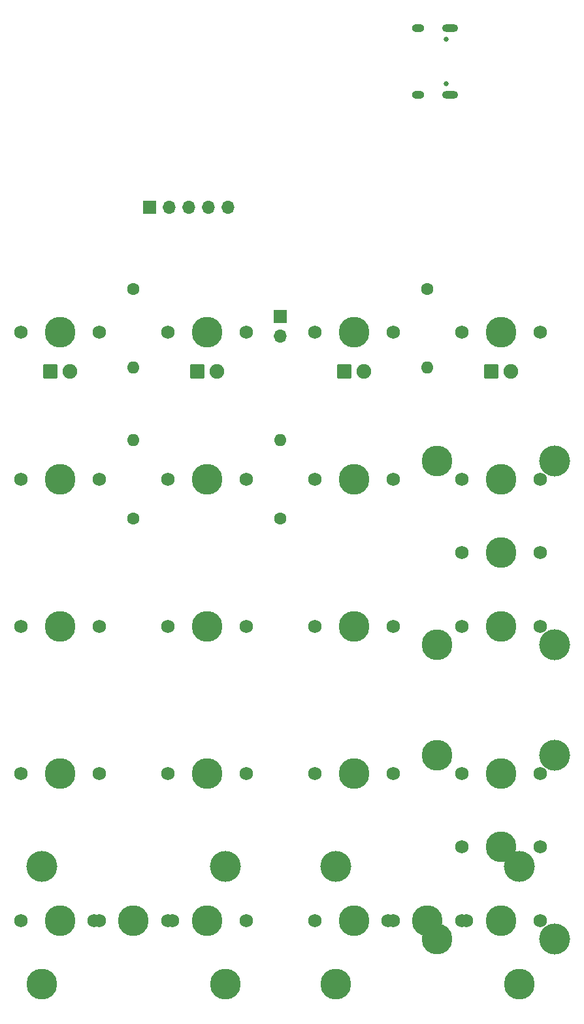
<source format=gbr>
%TF.GenerationSoftware,KiCad,Pcbnew,8.0.2*%
%TF.CreationDate,2025-04-27T21:29:10-07:00*%
%TF.ProjectId,t80-5700,7438302d-3537-4303-902e-6b696361645f,rev?*%
%TF.SameCoordinates,Original*%
%TF.FileFunction,Soldermask,Top*%
%TF.FilePolarity,Negative*%
%FSLAX46Y46*%
G04 Gerber Fmt 4.6, Leading zero omitted, Abs format (unit mm)*
G04 Created by KiCad (PCBNEW 8.0.2) date 2025-04-27 21:29:10*
%MOMM*%
%LPD*%
G01*
G04 APERTURE LIST*
G04 Aperture macros list*
%AMRoundRect*
0 Rectangle with rounded corners*
0 $1 Rounding radius*
0 $2 $3 $4 $5 $6 $7 $8 $9 X,Y pos of 4 corners*
0 Add a 4 corners polygon primitive as box body*
4,1,4,$2,$3,$4,$5,$6,$7,$8,$9,$2,$3,0*
0 Add four circle primitives for the rounded corners*
1,1,$1+$1,$2,$3*
1,1,$1+$1,$4,$5*
1,1,$1+$1,$6,$7*
1,1,$1+$1,$8,$9*
0 Add four rect primitives between the rounded corners*
20,1,$1+$1,$2,$3,$4,$5,0*
20,1,$1+$1,$4,$5,$6,$7,0*
20,1,$1+$1,$6,$7,$8,$9,0*
20,1,$1+$1,$8,$9,$2,$3,0*%
G04 Aperture macros list end*
%ADD10C,1.750000*%
%ADD11C,3.987800*%
%ADD12R,1.700000X1.700000*%
%ADD13O,1.700000X1.700000*%
%ADD14RoundRect,0.285750X0.666750X0.666750X-0.666750X0.666750X-0.666750X-0.666750X0.666750X-0.666750X0*%
%ADD15C,1.905000*%
%ADD16C,1.600000*%
%ADD17O,1.600000X1.600000*%
%ADD18C,4.000000*%
%ADD19C,0.650000*%
%ADD20O,1.600000X1.000000*%
%ADD21O,2.100000X1.000000*%
G04 APERTURE END LIST*
D10*
%TO.C,MX4*%
X54451250Y-116681250D03*
D11*
X59531250Y-116681250D03*
D10*
X64611250Y-116681250D03*
%TD*%
%TO.C,MX10*%
X73501250Y-116681250D03*
D11*
X78581250Y-116681250D03*
D10*
X83661250Y-116681250D03*
%TD*%
%TO.C,MX9*%
X73501250Y-97631250D03*
D11*
X78581250Y-97631250D03*
D10*
X83661250Y-97631250D03*
%TD*%
%TO.C,MX3*%
X54451250Y-97631250D03*
D11*
X59531250Y-97631250D03*
D10*
X64611250Y-97631250D03*
%TD*%
%TO.C,MX8*%
X73501250Y-78581250D03*
D11*
X78581250Y-78581250D03*
D10*
X83661250Y-78581250D03*
%TD*%
%TO.C,MX23*%
X111601250Y-88106250D03*
D11*
X116681250Y-88106250D03*
D10*
X121761250Y-88106250D03*
%TD*%
%TO.C,MX1*%
X54451250Y-59531250D03*
D11*
X59531250Y-59531250D03*
D10*
X64611250Y-59531250D03*
%TD*%
%TO.C,MX20*%
X111601250Y-97631250D03*
D11*
X116681250Y-97631250D03*
D10*
X121761250Y-97631250D03*
%TD*%
%TO.C,MX24*%
X111601250Y-126206250D03*
D11*
X116681250Y-126206250D03*
D10*
X121761250Y-126206250D03*
%TD*%
%TO.C,MX18*%
X111601250Y-59531250D03*
D11*
X116681250Y-59531250D03*
D10*
X121761250Y-59531250D03*
%TD*%
%TO.C,MX11*%
X73501250Y-135731250D03*
D11*
X78581250Y-135731250D03*
D10*
X83661250Y-135731250D03*
%TD*%
%TO.C,MX12*%
X92551250Y-59531250D03*
D11*
X97631250Y-59531250D03*
D10*
X102711250Y-59531250D03*
%TD*%
%TO.C,MX21*%
X111601250Y-116681250D03*
D11*
X116681250Y-116681250D03*
D10*
X121761250Y-116681250D03*
%TD*%
%TO.C,MX14*%
X92551250Y-97631250D03*
D11*
X97631250Y-97631250D03*
D10*
X102711250Y-97631250D03*
%TD*%
%TO.C,MX16*%
X92551250Y-135731250D03*
D11*
X97631250Y-135731250D03*
D10*
X102711250Y-135731250D03*
%TD*%
%TO.C,MX17*%
X102076250Y-135731250D03*
D11*
X107156250Y-135731250D03*
D10*
X112236250Y-135731250D03*
%TD*%
%TO.C,MX5*%
X54451250Y-135731250D03*
D11*
X59531250Y-135731250D03*
D10*
X64611250Y-135731250D03*
%TD*%
%TO.C,MX2*%
X54451250Y-78581250D03*
D11*
X59531250Y-78581250D03*
D10*
X64611250Y-78581250D03*
%TD*%
%TO.C,MX15*%
X92551250Y-116681250D03*
D11*
X97631250Y-116681250D03*
D10*
X102711250Y-116681250D03*
%TD*%
%TO.C,MX22*%
X111601250Y-135731250D03*
D11*
X116681250Y-135731250D03*
D10*
X121761250Y-135731250D03*
%TD*%
%TO.C,MX13*%
X92551250Y-78581250D03*
D11*
X97631250Y-78581250D03*
D10*
X102711250Y-78581250D03*
%TD*%
%TO.C,MX6*%
X63976250Y-135731250D03*
D11*
X69056250Y-135731250D03*
D10*
X74136250Y-135731250D03*
%TD*%
%TO.C,MX19*%
X111601250Y-78581250D03*
D11*
X116681250Y-78581250D03*
D10*
X121761250Y-78581250D03*
%TD*%
%TO.C,MX7*%
X73501250Y-59531250D03*
D11*
X78581250Y-59531250D03*
D10*
X83661250Y-59531250D03*
%TD*%
D12*
%TO.C,BOOT1*%
X88106250Y-57562500D03*
D13*
X88106250Y-60102500D03*
%TD*%
D14*
%TO.C,D3*%
X96361250Y-64611750D03*
D15*
X98901250Y-64611750D03*
%TD*%
D16*
%TO.C,R6*%
X69056250Y-54000000D03*
D17*
X69056250Y-64160000D03*
%TD*%
D12*
%TO.C,J2*%
X71120000Y-43400000D03*
D13*
X73660000Y-43400000D03*
X76200000Y-43400000D03*
X78740000Y-43400000D03*
X81280000Y-43400000D03*
%TD*%
D14*
%TO.C,D2*%
X77311250Y-64611750D03*
D15*
X79851250Y-64611750D03*
%TD*%
D11*
%TO.C,S2*%
X119062500Y-143986250D03*
D18*
X119062500Y-128746250D03*
D11*
X95250000Y-143986250D03*
D18*
X95250000Y-128746250D03*
%TD*%
D16*
%TO.C,R10*%
X107156250Y-54000000D03*
D17*
X107156250Y-64160000D03*
%TD*%
D11*
%TO.C,S4*%
X108426250Y-100012500D03*
D18*
X123666250Y-100012500D03*
D11*
X108426250Y-76200000D03*
D18*
X123666250Y-76200000D03*
%TD*%
D16*
%TO.C,R4*%
X69056250Y-83661250D03*
D17*
X69056250Y-73501250D03*
%TD*%
D16*
%TO.C,R8*%
X88106250Y-83661250D03*
D17*
X88106250Y-73501250D03*
%TD*%
D11*
%TO.C,S3*%
X108426250Y-138112500D03*
D18*
X123666250Y-138112500D03*
D11*
X108426250Y-114300000D03*
D18*
X123666250Y-114300000D03*
%TD*%
D14*
%TO.C,D1*%
X58261250Y-64611750D03*
D15*
X60801250Y-64611750D03*
%TD*%
D14*
%TO.C,D4*%
X115411250Y-64611750D03*
D15*
X117951250Y-64611750D03*
%TD*%
D11*
%TO.C,S1*%
X80962500Y-143986250D03*
D18*
X80962500Y-128746250D03*
D11*
X57150000Y-143986250D03*
D18*
X57150000Y-128746250D03*
%TD*%
D19*
%TO.C,J1*%
X109590000Y-27421200D03*
X109590000Y-21641200D03*
D20*
X105940000Y-28851200D03*
D21*
X110120000Y-28851200D03*
D20*
X105940000Y-20211200D03*
D21*
X110120000Y-20211200D03*
%TD*%
M02*

</source>
